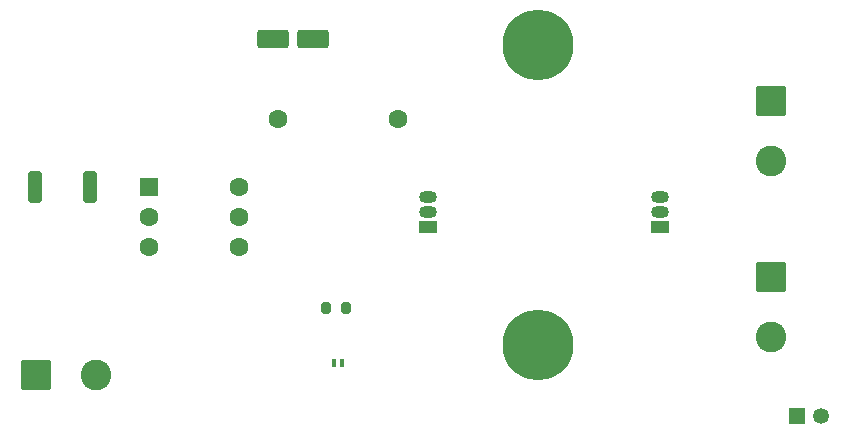
<source format=gbr>
%TF.GenerationSoftware,KiCad,Pcbnew,9.0.2*%
%TF.CreationDate,2025-07-21T18:03:53+01:00*%
%TF.ProjectId,ISOLATION,49534f4c-4154-4494-9f4e-2e6b69636164,rev?*%
%TF.SameCoordinates,Original*%
%TF.FileFunction,Soldermask,Top*%
%TF.FilePolarity,Negative*%
%FSLAX46Y46*%
G04 Gerber Fmt 4.6, Leading zero omitted, Abs format (unit mm)*
G04 Created by KiCad (PCBNEW 9.0.2) date 2025-07-21 18:03:53*
%MOMM*%
%LPD*%
G01*
G04 APERTURE LIST*
G04 Aperture macros list*
%AMRoundRect*
0 Rectangle with rounded corners*
0 $1 Rounding radius*
0 $2 $3 $4 $5 $6 $7 $8 $9 X,Y pos of 4 corners*
0 Add a 4 corners polygon primitive as box body*
4,1,4,$2,$3,$4,$5,$6,$7,$8,$9,$2,$3,0*
0 Add four circle primitives for the rounded corners*
1,1,$1+$1,$2,$3*
1,1,$1+$1,$4,$5*
1,1,$1+$1,$6,$7*
1,1,$1+$1,$8,$9*
0 Add four rect primitives between the rounded corners*
20,1,$1+$1,$2,$3,$4,$5,0*
20,1,$1+$1,$4,$5,$6,$7,0*
20,1,$1+$1,$6,$7,$8,$9,0*
20,1,$1+$1,$8,$9,$2,$3,0*%
G04 Aperture macros list end*
%ADD10RoundRect,0.250000X-1.050000X1.050000X-1.050000X-1.050000X1.050000X-1.050000X1.050000X1.050000X0*%
%ADD11C,2.600000*%
%ADD12R,1.350000X1.350000*%
%ADD13C,1.350000*%
%ADD14RoundRect,0.250000X-1.050000X-1.050000X1.050000X-1.050000X1.050000X1.050000X-1.050000X1.050000X0*%
%ADD15RoundRect,0.050000X-0.150000X-0.300000X0.150000X-0.300000X0.150000X0.300000X-0.150000X0.300000X0*%
%ADD16R,1.500000X1.050000*%
%ADD17O,1.500000X1.050000*%
%ADD18RoundRect,0.200000X-0.200000X-0.275000X0.200000X-0.275000X0.200000X0.275000X-0.200000X0.275000X0*%
%ADD19C,1.600000*%
%ADD20C,6.000000*%
%ADD21RoundRect,0.250000X-0.362500X-1.075000X0.362500X-1.075000X0.362500X1.075000X-0.362500X1.075000X0*%
%ADD22RoundRect,0.250000X-1.075000X-0.550000X1.075000X-0.550000X1.075000X0.550000X-1.075000X0.550000X0*%
%ADD23RoundRect,0.250000X-0.550000X-0.550000X0.550000X-0.550000X0.550000X0.550000X-0.550000X0.550000X0*%
G04 APERTURE END LIST*
D10*
%TO.C,J3*%
X181090000Y-95320000D03*
D11*
X181090000Y-100400000D03*
%TD*%
D12*
%TO.C,J4*%
X183310000Y-107030000D03*
D13*
X185310000Y-107030000D03*
%TD*%
D14*
%TO.C,J1*%
X118815000Y-103562500D03*
D11*
X123895000Y-103562500D03*
%TD*%
D15*
%TO.C,D1*%
X144050000Y-102600000D03*
X144750000Y-102600000D03*
%TD*%
D16*
%TO.C,Q2*%
X171680000Y-91090000D03*
D17*
X171680000Y-89820000D03*
X171680000Y-88550000D03*
%TD*%
D18*
%TO.C,R1*%
X143430000Y-97950000D03*
X145080000Y-97950000D03*
%TD*%
D16*
%TO.C,Q1*%
X152030000Y-91090000D03*
D17*
X152030000Y-89820000D03*
X152030000Y-88550000D03*
%TD*%
D19*
%TO.C,R3*%
X139350000Y-81910000D03*
X149510000Y-81910000D03*
%TD*%
D10*
%TO.C,J2*%
X181090000Y-80410000D03*
D11*
X181090000Y-85490000D03*
%TD*%
D20*
%TO.C,HS1*%
X161390000Y-101060000D03*
X161390000Y-75660000D03*
%TD*%
D21*
%TO.C,R2*%
X118797500Y-87650000D03*
X123422500Y-87650000D03*
%TD*%
D22*
%TO.C,C1*%
X138935000Y-75160000D03*
X142285000Y-75160000D03*
%TD*%
D23*
%TO.C,U1*%
X128415000Y-87685000D03*
D19*
X128415000Y-90225000D03*
X128415000Y-92765000D03*
X136035000Y-92765000D03*
X136035000Y-90225000D03*
X136035000Y-87685000D03*
%TD*%
M02*

</source>
